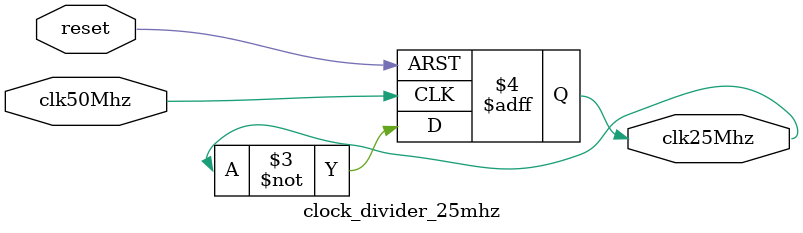
<source format=v>
module clock_divider_25mhz (
    input clk50Mhz,
    input reset,
    output reg clk25Mhz
);

always @(posedge clk50Mhz or negedge reset) begin
    if (!reset) begin
        clk25Mhz <= 0;
    end else begin
        clk25Mhz <= ~clk25Mhz;  // Toggle every cycle, divides 50MHz by 2
    end
end
endmodule

</source>
